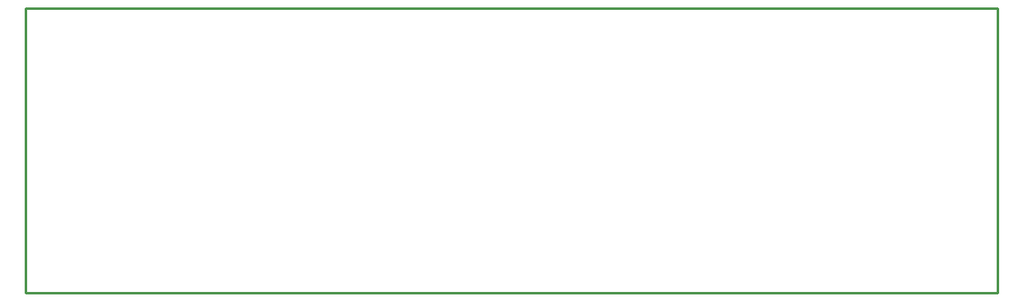
<source format=gbo>
G04 Layer_Color=32896*
%FSLAX43Y43*%
%MOMM*%
G71*
G01*
G75*
%ADD22C,0.254*%
D22*
X508Y0D02*
X100000D01*
Y29238D01*
X0D02*
X100000D01*
X0Y0D02*
Y29238D01*
Y0D02*
X508D01*
M02*

</source>
